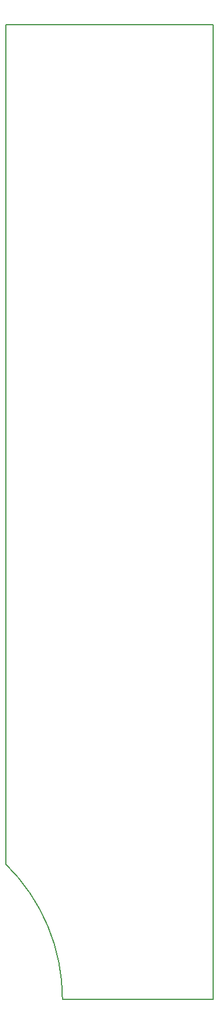
<source format=gbr>
%TF.GenerationSoftware,KiCad,Pcbnew,(5.1.6-0-10_14)*%
%TF.CreationDate,2020-09-17T10:50:06+02:00*%
%TF.ProjectId,cv_expander,63765f65-7870-4616-9e64-65722e6b6963,rev?*%
%TF.SameCoordinates,Original*%
%TF.FileFunction,Profile,NP*%
%FSLAX46Y46*%
G04 Gerber Fmt 4.6, Leading zero omitted, Abs format (unit mm)*
G04 Created by KiCad (PCBNEW (5.1.6-0-10_14)) date 2020-09-17 10:50:06*
%MOMM*%
%LPD*%
G01*
G04 APERTURE LIST*
%TA.AperFunction,Profile*%
%ADD10C,0.150000*%
%TD*%
G04 APERTURE END LIST*
D10*
X126996896Y-142533158D02*
G75*
G02*
X135200000Y-162000000I-18996896J-19466842D01*
G01*
X135200000Y-162000000D02*
X157000000Y-162000000D01*
X127000000Y-21500000D02*
X126996896Y-142533158D01*
X157000000Y-21500000D02*
X127000000Y-21500000D01*
X157000000Y-162000000D02*
X157000000Y-21500000D01*
M02*

</source>
